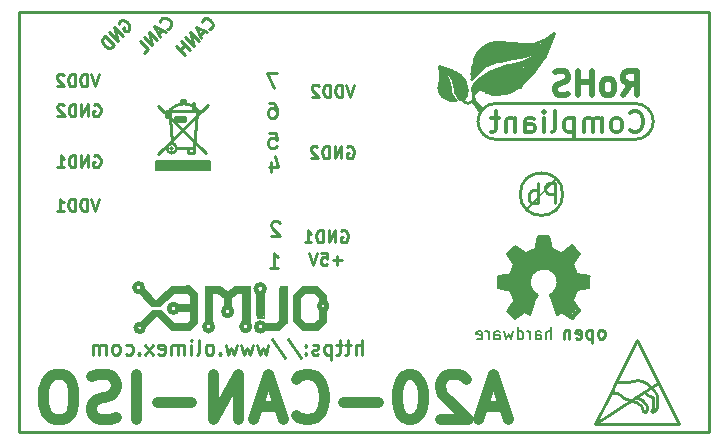
<source format=gbr>
G04 #@! TF.FileFunction,Legend,Bot*
%FSLAX46Y46*%
G04 Gerber Fmt 4.6, Leading zero omitted, Abs format (unit mm)*
G04 Created by KiCad (PCBNEW 4.1.0-alpha+201607160317+6981~46~ubuntu14.04.1-product) date Mon Jul 18 13:23:00 2016*
%MOMM*%
%LPD*%
G01*
G04 APERTURE LIST*
%ADD10C,0.100000*%
%ADD11C,0.254000*%
%ADD12C,0.952500*%
%ADD13C,1.000000*%
%ADD14C,0.150000*%
%ADD15C,0.370000*%
%ADD16C,0.380000*%
%ADD17C,0.400000*%
%ADD18C,0.420000*%
%ADD19C,0.200000*%
%ADD20C,0.127000*%
%ADD21C,0.508000*%
%ADD22C,0.700000*%
%ADD23C,0.500000*%
%ADD24C,0.180000*%
%ADD25C,0.350000*%
G04 APERTURE END LIST*
D10*
D11*
X154341285Y-112467571D02*
X153567190Y-112467571D01*
X153954238Y-112854619D02*
X153954238Y-112080523D01*
X152599571Y-111838619D02*
X153083380Y-111838619D01*
X153131761Y-112322428D01*
X153083380Y-112274047D01*
X152986619Y-112225666D01*
X152744714Y-112225666D01*
X152647952Y-112274047D01*
X152599571Y-112322428D01*
X152551190Y-112419190D01*
X152551190Y-112661095D01*
X152599571Y-112757857D01*
X152647952Y-112806238D01*
X152744714Y-112854619D01*
X152986619Y-112854619D01*
X153083380Y-112806238D01*
X153131761Y-112757857D01*
X152260904Y-111838619D02*
X151922238Y-112854619D01*
X151583571Y-111838619D01*
X154292904Y-109982000D02*
X154389666Y-109933619D01*
X154534809Y-109933619D01*
X154679952Y-109982000D01*
X154776714Y-110078761D01*
X154825095Y-110175523D01*
X154873476Y-110369047D01*
X154873476Y-110514190D01*
X154825095Y-110707714D01*
X154776714Y-110804476D01*
X154679952Y-110901238D01*
X154534809Y-110949619D01*
X154438047Y-110949619D01*
X154292904Y-110901238D01*
X154244523Y-110852857D01*
X154244523Y-110514190D01*
X154438047Y-110514190D01*
X153809095Y-110949619D02*
X153809095Y-109933619D01*
X153228523Y-110949619D01*
X153228523Y-109933619D01*
X152744714Y-110949619D02*
X152744714Y-109933619D01*
X152502809Y-109933619D01*
X152357666Y-109982000D01*
X152260904Y-110078761D01*
X152212523Y-110175523D01*
X152164142Y-110369047D01*
X152164142Y-110514190D01*
X152212523Y-110707714D01*
X152260904Y-110804476D01*
X152357666Y-110901238D01*
X152502809Y-110949619D01*
X152744714Y-110949619D01*
X151196523Y-110949619D02*
X151777095Y-110949619D01*
X151486809Y-110949619D02*
X151486809Y-109933619D01*
X151583571Y-110078761D01*
X151680333Y-110175523D01*
X151777095Y-110223904D01*
X154800904Y-102870000D02*
X154897666Y-102821619D01*
X155042809Y-102821619D01*
X155187952Y-102870000D01*
X155284714Y-102966761D01*
X155333095Y-103063523D01*
X155381476Y-103257047D01*
X155381476Y-103402190D01*
X155333095Y-103595714D01*
X155284714Y-103692476D01*
X155187952Y-103789238D01*
X155042809Y-103837619D01*
X154946047Y-103837619D01*
X154800904Y-103789238D01*
X154752523Y-103740857D01*
X154752523Y-103402190D01*
X154946047Y-103402190D01*
X154317095Y-103837619D02*
X154317095Y-102821619D01*
X153736523Y-103837619D01*
X153736523Y-102821619D01*
X153252714Y-103837619D02*
X153252714Y-102821619D01*
X153010809Y-102821619D01*
X152865666Y-102870000D01*
X152768904Y-102966761D01*
X152720523Y-103063523D01*
X152672142Y-103257047D01*
X152672142Y-103402190D01*
X152720523Y-103595714D01*
X152768904Y-103692476D01*
X152865666Y-103789238D01*
X153010809Y-103837619D01*
X153252714Y-103837619D01*
X152285095Y-102918380D02*
X152236714Y-102870000D01*
X152139952Y-102821619D01*
X151898047Y-102821619D01*
X151801285Y-102870000D01*
X151752904Y-102918380D01*
X151704523Y-103015142D01*
X151704523Y-103111904D01*
X151752904Y-103257047D01*
X152333476Y-103837619D01*
X151704523Y-103837619D01*
X155381476Y-97614619D02*
X155042809Y-98630619D01*
X154704142Y-97614619D01*
X154365476Y-98630619D02*
X154365476Y-97614619D01*
X154123571Y-97614619D01*
X153978428Y-97663000D01*
X153881666Y-97759761D01*
X153833285Y-97856523D01*
X153784904Y-98050047D01*
X153784904Y-98195190D01*
X153833285Y-98388714D01*
X153881666Y-98485476D01*
X153978428Y-98582238D01*
X154123571Y-98630619D01*
X154365476Y-98630619D01*
X153349476Y-98630619D02*
X153349476Y-97614619D01*
X153107571Y-97614619D01*
X152962428Y-97663000D01*
X152865666Y-97759761D01*
X152817285Y-97856523D01*
X152768904Y-98050047D01*
X152768904Y-98195190D01*
X152817285Y-98388714D01*
X152865666Y-98485476D01*
X152962428Y-98582238D01*
X153107571Y-98630619D01*
X153349476Y-98630619D01*
X152381857Y-97711380D02*
X152333476Y-97663000D01*
X152236714Y-97614619D01*
X151994809Y-97614619D01*
X151898047Y-97663000D01*
X151849666Y-97711380D01*
X151801285Y-97808142D01*
X151801285Y-97904904D01*
X151849666Y-98050047D01*
X152430238Y-98630619D01*
X151801285Y-98630619D01*
X148886333Y-96586523D02*
X148039666Y-96586523D01*
X148583952Y-97856523D01*
X148221095Y-99126523D02*
X148463000Y-99126523D01*
X148583952Y-99187000D01*
X148644428Y-99247476D01*
X148765380Y-99428904D01*
X148825857Y-99670809D01*
X148825857Y-100154619D01*
X148765380Y-100275571D01*
X148704904Y-100336047D01*
X148583952Y-100396523D01*
X148342047Y-100396523D01*
X148221095Y-100336047D01*
X148160619Y-100275571D01*
X148100142Y-100154619D01*
X148100142Y-99852238D01*
X148160619Y-99731285D01*
X148221095Y-99670809D01*
X148342047Y-99610333D01*
X148583952Y-99610333D01*
X148704904Y-99670809D01*
X148765380Y-99731285D01*
X148825857Y-99852238D01*
X148160619Y-101666523D02*
X148765380Y-101666523D01*
X148825857Y-102271285D01*
X148765380Y-102210809D01*
X148644428Y-102150333D01*
X148342047Y-102150333D01*
X148221095Y-102210809D01*
X148160619Y-102271285D01*
X148100142Y-102392238D01*
X148100142Y-102694619D01*
X148160619Y-102815571D01*
X148221095Y-102876047D01*
X148342047Y-102936523D01*
X148644428Y-102936523D01*
X148765380Y-102876047D01*
X148825857Y-102815571D01*
X148348095Y-104121857D02*
X148348095Y-104968523D01*
X148650476Y-103638047D02*
X148952857Y-104545190D01*
X148166666Y-104545190D01*
X149079857Y-109280476D02*
X149019380Y-109220000D01*
X148898428Y-109159523D01*
X148596047Y-109159523D01*
X148475095Y-109220000D01*
X148414619Y-109280476D01*
X148354142Y-109401428D01*
X148354142Y-109522380D01*
X148414619Y-109703809D01*
X149140333Y-110429523D01*
X148354142Y-110429523D01*
X148227142Y-113096523D02*
X148952857Y-113096523D01*
X148590000Y-113096523D02*
X148590000Y-111826523D01*
X148710952Y-112007952D01*
X148831904Y-112128904D01*
X148952857Y-112189380D01*
X133791476Y-107266619D02*
X133452809Y-108282619D01*
X133114142Y-107266619D01*
X132775476Y-108282619D02*
X132775476Y-107266619D01*
X132533571Y-107266619D01*
X132388428Y-107315000D01*
X132291666Y-107411761D01*
X132243285Y-107508523D01*
X132194904Y-107702047D01*
X132194904Y-107847190D01*
X132243285Y-108040714D01*
X132291666Y-108137476D01*
X132388428Y-108234238D01*
X132533571Y-108282619D01*
X132775476Y-108282619D01*
X131759476Y-108282619D02*
X131759476Y-107266619D01*
X131517571Y-107266619D01*
X131372428Y-107315000D01*
X131275666Y-107411761D01*
X131227285Y-107508523D01*
X131178904Y-107702047D01*
X131178904Y-107847190D01*
X131227285Y-108040714D01*
X131275666Y-108137476D01*
X131372428Y-108234238D01*
X131517571Y-108282619D01*
X131759476Y-108282619D01*
X130211285Y-108282619D02*
X130791857Y-108282619D01*
X130501571Y-108282619D02*
X130501571Y-107266619D01*
X130598333Y-107411761D01*
X130695095Y-107508523D01*
X130791857Y-107556904D01*
X133337904Y-99314000D02*
X133434666Y-99265619D01*
X133579809Y-99265619D01*
X133724952Y-99314000D01*
X133821714Y-99410761D01*
X133870095Y-99507523D01*
X133918476Y-99701047D01*
X133918476Y-99846190D01*
X133870095Y-100039714D01*
X133821714Y-100136476D01*
X133724952Y-100233238D01*
X133579809Y-100281619D01*
X133483047Y-100281619D01*
X133337904Y-100233238D01*
X133289523Y-100184857D01*
X133289523Y-99846190D01*
X133483047Y-99846190D01*
X132854095Y-100281619D02*
X132854095Y-99265619D01*
X132273523Y-100281619D01*
X132273523Y-99265619D01*
X131789714Y-100281619D02*
X131789714Y-99265619D01*
X131547809Y-99265619D01*
X131402666Y-99314000D01*
X131305904Y-99410761D01*
X131257523Y-99507523D01*
X131209142Y-99701047D01*
X131209142Y-99846190D01*
X131257523Y-100039714D01*
X131305904Y-100136476D01*
X131402666Y-100233238D01*
X131547809Y-100281619D01*
X131789714Y-100281619D01*
X130822095Y-99362380D02*
X130773714Y-99314000D01*
X130676952Y-99265619D01*
X130435047Y-99265619D01*
X130338285Y-99314000D01*
X130289904Y-99362380D01*
X130241523Y-99459142D01*
X130241523Y-99555904D01*
X130289904Y-99701047D01*
X130870476Y-100281619D01*
X130241523Y-100281619D01*
X133337904Y-103632000D02*
X133434666Y-103583619D01*
X133579809Y-103583619D01*
X133724952Y-103632000D01*
X133821714Y-103728761D01*
X133870095Y-103825523D01*
X133918476Y-104019047D01*
X133918476Y-104164190D01*
X133870095Y-104357714D01*
X133821714Y-104454476D01*
X133724952Y-104551238D01*
X133579809Y-104599619D01*
X133483047Y-104599619D01*
X133337904Y-104551238D01*
X133289523Y-104502857D01*
X133289523Y-104164190D01*
X133483047Y-104164190D01*
X132854095Y-104599619D02*
X132854095Y-103583619D01*
X132273523Y-104599619D01*
X132273523Y-103583619D01*
X131789714Y-104599619D02*
X131789714Y-103583619D01*
X131547809Y-103583619D01*
X131402666Y-103632000D01*
X131305904Y-103728761D01*
X131257523Y-103825523D01*
X131209142Y-104019047D01*
X131209142Y-104164190D01*
X131257523Y-104357714D01*
X131305904Y-104454476D01*
X131402666Y-104551238D01*
X131547809Y-104599619D01*
X131789714Y-104599619D01*
X130241523Y-104599619D02*
X130822095Y-104599619D01*
X130531809Y-104599619D02*
X130531809Y-103583619D01*
X130628571Y-103728761D01*
X130725333Y-103825523D01*
X130822095Y-103873904D01*
X133791476Y-96725619D02*
X133452809Y-97741619D01*
X133114142Y-96725619D01*
X132775476Y-97741619D02*
X132775476Y-96725619D01*
X132533571Y-96725619D01*
X132388428Y-96774000D01*
X132291666Y-96870761D01*
X132243285Y-96967523D01*
X132194904Y-97161047D01*
X132194904Y-97306190D01*
X132243285Y-97499714D01*
X132291666Y-97596476D01*
X132388428Y-97693238D01*
X132533571Y-97741619D01*
X132775476Y-97741619D01*
X131759476Y-97741619D02*
X131759476Y-96725619D01*
X131517571Y-96725619D01*
X131372428Y-96774000D01*
X131275666Y-96870761D01*
X131227285Y-96967523D01*
X131178904Y-97161047D01*
X131178904Y-97306190D01*
X131227285Y-97499714D01*
X131275666Y-97596476D01*
X131372428Y-97693238D01*
X131517571Y-97741619D01*
X131759476Y-97741619D01*
X130791857Y-96822380D02*
X130743476Y-96774000D01*
X130646714Y-96725619D01*
X130404809Y-96725619D01*
X130308047Y-96774000D01*
X130259666Y-96822380D01*
X130211285Y-96919142D01*
X130211285Y-97015904D01*
X130259666Y-97161047D01*
X130840238Y-97741619D01*
X130211285Y-97741619D01*
X156052761Y-120462523D02*
X156052761Y-119192523D01*
X155508476Y-120462523D02*
X155508476Y-119797285D01*
X155568952Y-119676333D01*
X155689904Y-119615857D01*
X155871333Y-119615857D01*
X155992285Y-119676333D01*
X156052761Y-119736809D01*
X155085142Y-119615857D02*
X154601333Y-119615857D01*
X154903714Y-119192523D02*
X154903714Y-120281095D01*
X154843238Y-120402047D01*
X154722285Y-120462523D01*
X154601333Y-120462523D01*
X154359428Y-119615857D02*
X153875619Y-119615857D01*
X154178000Y-119192523D02*
X154178000Y-120281095D01*
X154117523Y-120402047D01*
X153996571Y-120462523D01*
X153875619Y-120462523D01*
X153452285Y-119615857D02*
X153452285Y-120885857D01*
X153452285Y-119676333D02*
X153331333Y-119615857D01*
X153089428Y-119615857D01*
X152968476Y-119676333D01*
X152908000Y-119736809D01*
X152847523Y-119857761D01*
X152847523Y-120220619D01*
X152908000Y-120341571D01*
X152968476Y-120402047D01*
X153089428Y-120462523D01*
X153331333Y-120462523D01*
X153452285Y-120402047D01*
X152363714Y-120402047D02*
X152242761Y-120462523D01*
X152000857Y-120462523D01*
X151879904Y-120402047D01*
X151819428Y-120281095D01*
X151819428Y-120220619D01*
X151879904Y-120099666D01*
X152000857Y-120039190D01*
X152182285Y-120039190D01*
X152303238Y-119978714D01*
X152363714Y-119857761D01*
X152363714Y-119797285D01*
X152303238Y-119676333D01*
X152182285Y-119615857D01*
X152000857Y-119615857D01*
X151879904Y-119676333D01*
X151275142Y-120341571D02*
X151214666Y-120402047D01*
X151275142Y-120462523D01*
X151335619Y-120402047D01*
X151275142Y-120341571D01*
X151275142Y-120462523D01*
X151275142Y-119676333D02*
X151214666Y-119736809D01*
X151275142Y-119797285D01*
X151335619Y-119736809D01*
X151275142Y-119676333D01*
X151275142Y-119797285D01*
X149763238Y-119132047D02*
X150851809Y-120764904D01*
X148432761Y-119132047D02*
X149521333Y-120764904D01*
X148130380Y-119615857D02*
X147888476Y-120462523D01*
X147646571Y-119857761D01*
X147404666Y-120462523D01*
X147162761Y-119615857D01*
X146799904Y-119615857D02*
X146558000Y-120462523D01*
X146316095Y-119857761D01*
X146074190Y-120462523D01*
X145832285Y-119615857D01*
X145469428Y-119615857D02*
X145227523Y-120462523D01*
X144985619Y-119857761D01*
X144743714Y-120462523D01*
X144501809Y-119615857D01*
X144018000Y-120341571D02*
X143957523Y-120402047D01*
X144018000Y-120462523D01*
X144078476Y-120402047D01*
X144018000Y-120341571D01*
X144018000Y-120462523D01*
X143231809Y-120462523D02*
X143352761Y-120402047D01*
X143413238Y-120341571D01*
X143473714Y-120220619D01*
X143473714Y-119857761D01*
X143413238Y-119736809D01*
X143352761Y-119676333D01*
X143231809Y-119615857D01*
X143050380Y-119615857D01*
X142929428Y-119676333D01*
X142868952Y-119736809D01*
X142808476Y-119857761D01*
X142808476Y-120220619D01*
X142868952Y-120341571D01*
X142929428Y-120402047D01*
X143050380Y-120462523D01*
X143231809Y-120462523D01*
X142082761Y-120462523D02*
X142203714Y-120402047D01*
X142264190Y-120281095D01*
X142264190Y-119192523D01*
X141598952Y-120462523D02*
X141598952Y-119615857D01*
X141598952Y-119192523D02*
X141659428Y-119253000D01*
X141598952Y-119313476D01*
X141538476Y-119253000D01*
X141598952Y-119192523D01*
X141598952Y-119313476D01*
X140994190Y-120462523D02*
X140994190Y-119615857D01*
X140994190Y-119736809D02*
X140933714Y-119676333D01*
X140812761Y-119615857D01*
X140631333Y-119615857D01*
X140510380Y-119676333D01*
X140449904Y-119797285D01*
X140449904Y-120462523D01*
X140449904Y-119797285D02*
X140389428Y-119676333D01*
X140268476Y-119615857D01*
X140087047Y-119615857D01*
X139966095Y-119676333D01*
X139905619Y-119797285D01*
X139905619Y-120462523D01*
X138817047Y-120402047D02*
X138938000Y-120462523D01*
X139179904Y-120462523D01*
X139300857Y-120402047D01*
X139361333Y-120281095D01*
X139361333Y-119797285D01*
X139300857Y-119676333D01*
X139179904Y-119615857D01*
X138938000Y-119615857D01*
X138817047Y-119676333D01*
X138756571Y-119797285D01*
X138756571Y-119918238D01*
X139361333Y-120039190D01*
X138333238Y-120462523D02*
X137668000Y-119615857D01*
X138333238Y-119615857D02*
X137668000Y-120462523D01*
X137184190Y-120341571D02*
X137123714Y-120402047D01*
X137184190Y-120462523D01*
X137244666Y-120402047D01*
X137184190Y-120341571D01*
X137184190Y-120462523D01*
X136035142Y-120402047D02*
X136156095Y-120462523D01*
X136398000Y-120462523D01*
X136518952Y-120402047D01*
X136579428Y-120341571D01*
X136639904Y-120220619D01*
X136639904Y-119857761D01*
X136579428Y-119736809D01*
X136518952Y-119676333D01*
X136398000Y-119615857D01*
X136156095Y-119615857D01*
X136035142Y-119676333D01*
X135309428Y-120462523D02*
X135430380Y-120402047D01*
X135490857Y-120341571D01*
X135551333Y-120220619D01*
X135551333Y-119857761D01*
X135490857Y-119736809D01*
X135430380Y-119676333D01*
X135309428Y-119615857D01*
X135128000Y-119615857D01*
X135007047Y-119676333D01*
X134946571Y-119736809D01*
X134886095Y-119857761D01*
X134886095Y-120220619D01*
X134946571Y-120341571D01*
X135007047Y-120402047D01*
X135128000Y-120462523D01*
X135309428Y-120462523D01*
X134341809Y-120462523D02*
X134341809Y-119615857D01*
X134341809Y-119736809D02*
X134281333Y-119676333D01*
X134160380Y-119615857D01*
X133978952Y-119615857D01*
X133858000Y-119676333D01*
X133797523Y-119797285D01*
X133797523Y-120462523D01*
X133797523Y-119797285D02*
X133737047Y-119676333D01*
X133616095Y-119615857D01*
X133434666Y-119615857D01*
X133313714Y-119676333D01*
X133253238Y-119797285D01*
X133253238Y-120462523D01*
D12*
X168093571Y-124841000D02*
X166279285Y-124841000D01*
X168456428Y-125929571D02*
X167186428Y-122119571D01*
X165916428Y-125929571D01*
X164827857Y-122482428D02*
X164646428Y-122301000D01*
X164283571Y-122119571D01*
X163376428Y-122119571D01*
X163013571Y-122301000D01*
X162832142Y-122482428D01*
X162650714Y-122845285D01*
X162650714Y-123208142D01*
X162832142Y-123752428D01*
X165009285Y-125929571D01*
X162650714Y-125929571D01*
X160292142Y-122119571D02*
X159929285Y-122119571D01*
X159566428Y-122301000D01*
X159385000Y-122482428D01*
X159203571Y-122845285D01*
X159022142Y-123571000D01*
X159022142Y-124478142D01*
X159203571Y-125203857D01*
X159385000Y-125566714D01*
X159566428Y-125748142D01*
X159929285Y-125929571D01*
X160292142Y-125929571D01*
X160655000Y-125748142D01*
X160836428Y-125566714D01*
X161017857Y-125203857D01*
X161199285Y-124478142D01*
X161199285Y-123571000D01*
X161017857Y-122845285D01*
X160836428Y-122482428D01*
X160655000Y-122301000D01*
X160292142Y-122119571D01*
X157389285Y-124478142D02*
X154486428Y-124478142D01*
X150495000Y-125566714D02*
X150676428Y-125748142D01*
X151220714Y-125929571D01*
X151583571Y-125929571D01*
X152127857Y-125748142D01*
X152490714Y-125385285D01*
X152672142Y-125022428D01*
X152853571Y-124296714D01*
X152853571Y-123752428D01*
X152672142Y-123026714D01*
X152490714Y-122663857D01*
X152127857Y-122301000D01*
X151583571Y-122119571D01*
X151220714Y-122119571D01*
X150676428Y-122301000D01*
X150495000Y-122482428D01*
X149043571Y-124841000D02*
X147229285Y-124841000D01*
X149406428Y-125929571D02*
X148136428Y-122119571D01*
X146866428Y-125929571D01*
X145596428Y-125929571D02*
X145596428Y-122119571D01*
X143419285Y-125929571D01*
X143419285Y-122119571D01*
X141605000Y-124478142D02*
X138702142Y-124478142D01*
X136887857Y-125929571D02*
X136887857Y-122119571D01*
X135255000Y-125748142D02*
X134710714Y-125929571D01*
X133803571Y-125929571D01*
X133440714Y-125748142D01*
X133259285Y-125566714D01*
X133077857Y-125203857D01*
X133077857Y-124841000D01*
X133259285Y-124478142D01*
X133440714Y-124296714D01*
X133803571Y-124115285D01*
X134529285Y-123933857D01*
X134892142Y-123752428D01*
X135073571Y-123571000D01*
X135255000Y-123208142D01*
X135255000Y-122845285D01*
X135073571Y-122482428D01*
X134892142Y-122301000D01*
X134529285Y-122119571D01*
X133622142Y-122119571D01*
X133077857Y-122301000D01*
X130719285Y-122119571D02*
X129993571Y-122119571D01*
X129630714Y-122301000D01*
X129267857Y-122663857D01*
X129086428Y-123389571D01*
X129086428Y-124659571D01*
X129267857Y-125385285D01*
X129630714Y-125748142D01*
X129993571Y-125929571D01*
X130719285Y-125929571D01*
X131082142Y-125748142D01*
X131445000Y-125385285D01*
X131626428Y-124659571D01*
X131626428Y-123389571D01*
X131445000Y-122663857D01*
X131082142Y-122301000D01*
X130719285Y-122119571D01*
D11*
X143080735Y-92890421D02*
X143149156Y-92890421D01*
X143285998Y-92822000D01*
X143354419Y-92753579D01*
X143422840Y-92616737D01*
X143422840Y-92479895D01*
X143388630Y-92377264D01*
X143285998Y-92206211D01*
X143183367Y-92103580D01*
X143012314Y-92000948D01*
X142909683Y-91966738D01*
X142772841Y-91966738D01*
X142635999Y-92035159D01*
X142567578Y-92103580D01*
X142499157Y-92240422D01*
X142499157Y-92308843D01*
X142670209Y-93027263D02*
X142328104Y-93369368D01*
X142943893Y-93164105D02*
X141986000Y-92685158D01*
X142464946Y-93643052D01*
X142225473Y-93882525D02*
X141507053Y-93164105D01*
X141814947Y-94293051D01*
X141096527Y-93574631D01*
X141472842Y-94635156D02*
X140754422Y-93916736D01*
X141096527Y-94258841D02*
X140686001Y-94669367D01*
X141062316Y-95045682D02*
X140343896Y-94327262D01*
X139566209Y-92848947D02*
X139634630Y-92848947D01*
X139771472Y-92780526D01*
X139839893Y-92712105D01*
X139908314Y-92575263D01*
X139908314Y-92438421D01*
X139874104Y-92335790D01*
X139771472Y-92164737D01*
X139668841Y-92062106D01*
X139497788Y-91959474D01*
X139395157Y-91925264D01*
X139258315Y-91925264D01*
X139121473Y-91993685D01*
X139053052Y-92062106D01*
X138984631Y-92198948D01*
X138984631Y-92267369D01*
X139155683Y-92985789D02*
X138813578Y-93327894D01*
X139429367Y-93122631D02*
X138471473Y-92643684D01*
X138950420Y-93601578D01*
X138710947Y-93841052D02*
X137992526Y-93122631D01*
X138300421Y-94251578D01*
X137582000Y-93533157D01*
X137616211Y-94935788D02*
X137958316Y-94593683D01*
X137239895Y-93875262D01*
X135443157Y-92438421D02*
X135477368Y-92335790D01*
X135579999Y-92233158D01*
X135716841Y-92164737D01*
X135853683Y-92164737D01*
X135956315Y-92198948D01*
X136127367Y-92301579D01*
X136229999Y-92404211D01*
X136332630Y-92575263D01*
X136366841Y-92677895D01*
X136366841Y-92814737D01*
X136298420Y-92951579D01*
X136229999Y-93020000D01*
X136093157Y-93088421D01*
X136024736Y-93088421D01*
X135785262Y-92848947D01*
X135922104Y-92712105D01*
X135785262Y-93464736D02*
X135066842Y-92746316D01*
X135374736Y-93875262D01*
X134656316Y-93156842D01*
X135032631Y-94217367D02*
X134314211Y-93498947D01*
X134143158Y-93669999D01*
X134074737Y-93806841D01*
X134074737Y-93943683D01*
X134108948Y-94046315D01*
X134211579Y-94217367D01*
X134314211Y-94319999D01*
X134485263Y-94422630D01*
X134587895Y-94456841D01*
X134724737Y-94456841D01*
X134861579Y-94388420D01*
X135032631Y-94217367D01*
X127000000Y-91440000D02*
X127000000Y-127000000D01*
X185420000Y-91440000D02*
X127000000Y-91440000D01*
X185420000Y-127000000D02*
X185420000Y-91440000D01*
X127000000Y-127000000D02*
X185420000Y-127000000D01*
X179324000Y-119253000D02*
X182880000Y-126365000D01*
X182880000Y-126365000D02*
X175768000Y-126365000D01*
X175768000Y-126365000D02*
X177101500Y-123698000D01*
X177101500Y-123698000D02*
X177546000Y-122809000D01*
X177546000Y-122809000D02*
X179324000Y-119253000D01*
X181102000Y-122872500D02*
X175768000Y-126365000D01*
X178727100Y-122809000D02*
X177546000Y-122809000D01*
X177101500Y-123698000D02*
X177419000Y-123698000D01*
X180086000Y-125285500D02*
X179933600Y-125285500D01*
X181038500Y-123888500D02*
X181038500Y-124968000D01*
X180594000Y-125285500D02*
X180594000Y-125158500D01*
X180657500Y-125095000D02*
X180657500Y-124079000D01*
X180657500Y-125095000D02*
X180721000Y-125095000D01*
X178943721Y-122745678D02*
G75*
G02X180530500Y-123253500I466639J-1274902D01*
G01*
X178942915Y-122747114D02*
G75*
G02X178727100Y-122809000I-182795J230214D01*
G01*
X177418301Y-123698474D02*
G75*
G02X177927000Y-123888500I64199J-604046D01*
G01*
X178749461Y-124334576D02*
G75*
G02X177927000Y-123888500I147819J1253796D01*
G01*
X179261708Y-124080166D02*
G75*
G02X180213000Y-124841000I-285688J-1332334D01*
G01*
X179323915Y-124524965D02*
G75*
G02X179895500Y-125285500I-284395J-808795D01*
G01*
X178884275Y-124397493D02*
G75*
G02X179324000Y-124523500I-825195J-3709947D01*
G01*
X180212967Y-125158600D02*
G75*
G02X180086000Y-125285500I-190467J63600D01*
G01*
X180212068Y-124841674D02*
G75*
G02X180213000Y-125158500I-316568J-159346D01*
G01*
X180655935Y-124080845D02*
G75*
G02X179959000Y-123634500I153965J1007685D01*
G01*
X180846549Y-123571142D02*
G75*
G02X180530500Y-123253500I478971J792622D01*
G01*
X180849048Y-123572575D02*
G75*
G02X181038500Y-123888500I-168688J-315925D01*
G01*
X181038500Y-124968000D02*
G75*
G02X180657500Y-125349000I-381000J0D01*
G01*
X180655071Y-125351545D02*
G75*
G02X180594000Y-125285500I2429J63505D01*
G01*
X180594000Y-125158500D02*
G75*
G02X180657500Y-125095000I63500J0D01*
G01*
X180721000Y-125095000D02*
G75*
G02X180848000Y-125222000I0J-127000D01*
G01*
D13*
X170286680Y-115493800D02*
X169953940Y-116225320D01*
X170286680Y-115585240D02*
X169105580Y-116598700D01*
X170172380Y-115448080D02*
X169555160Y-115775740D01*
X169852340Y-115028980D02*
X169242740Y-115135660D01*
X169016680Y-113870740D02*
X169738040Y-114018060D01*
X169257980Y-113177320D02*
X169913300Y-113543080D01*
X170126660Y-112308640D02*
X170545760Y-112895380D01*
X170713400Y-112057180D02*
X170934380Y-112742980D01*
X171978320Y-112041940D02*
X171810680Y-112651540D01*
X172412660Y-112301020D02*
X172237400Y-112659160D01*
X173410880Y-113078260D02*
X172953680Y-113367820D01*
X173586140Y-113558320D02*
X173144180Y-113718340D01*
X173911260Y-114802920D02*
X173205140Y-114675920D01*
X173662340Y-115448080D02*
X173098460Y-114968020D01*
X172996860Y-116347240D02*
X172631100Y-115585240D01*
X168206420Y-114294920D02*
X169674540Y-114381280D01*
X169197020Y-112110520D02*
X170309540Y-113177320D01*
X171462700Y-111053880D02*
X171457620Y-112567720D01*
X173723300Y-112029240D02*
X172661580Y-113136680D01*
X174708820Y-114315240D02*
X173291500Y-114254280D01*
X173672500Y-116519960D02*
X172819060Y-115498880D01*
D14*
X172656500Y-115089940D02*
X172349160Y-115356640D01*
X172986700Y-112176560D02*
X172003720Y-111683800D01*
X170807380Y-115681760D02*
X170929300Y-115397280D01*
X170670220Y-115227100D02*
X170924220Y-115392200D01*
X172171360Y-115224560D02*
X171945300Y-115399820D01*
X172539660Y-115110260D02*
X172280580Y-115448080D01*
X172763180Y-114889280D02*
X172669200Y-115059460D01*
X172763180Y-114889280D02*
X172669200Y-115059460D01*
X172900340Y-114035840D02*
X172768260Y-114858800D01*
X172476160Y-113299240D02*
X172895260Y-114030760D01*
X171604940Y-112869980D02*
X172476160Y-113299240D01*
X170789600Y-113037620D02*
X171604940Y-112877600D01*
X170279060Y-113466880D02*
X170789600Y-113037620D01*
X170045380Y-114139980D02*
X170279060Y-113466880D01*
X170050460Y-114645440D02*
X170050460Y-114127280D01*
X170426380Y-115356640D02*
X170050460Y-114645440D01*
X170604180Y-115478560D02*
X170426380Y-115356640D01*
X173875700Y-111457740D02*
X172991780Y-112179100D01*
X173631860Y-112811560D02*
X174233840Y-111902240D01*
X173636940Y-112806480D02*
X174023020Y-113804700D01*
X175166020Y-114073940D02*
X174050960Y-113827560D01*
X175023780Y-114018060D02*
X175023780Y-114668300D01*
X170647360Y-115420140D02*
X170119040Y-116801900D01*
X170256200Y-117099080D02*
X170642280Y-116118640D01*
X169727880Y-116771420D02*
X170256200Y-117099080D01*
X169044620Y-117104160D02*
X169865040Y-116575840D01*
X169908220Y-116799360D02*
X169031920Y-117419120D01*
X169021760Y-117414040D02*
X168338500Y-116723160D01*
X168625520Y-116639340D02*
X169110660Y-117170200D01*
X168592500Y-115003580D02*
X168973500Y-115984020D01*
X168696640Y-115036600D02*
X167573960Y-114825780D01*
X167558720Y-113847880D02*
X167561260Y-114805460D01*
X167642540Y-114589560D02*
X168749980Y-114813080D01*
X168945560Y-112819180D02*
X168579800Y-113687860D01*
X168330880Y-111937800D02*
X169034460Y-112928400D01*
X169029380Y-111239300D02*
X168335960Y-111930180D01*
X170045380Y-111914940D02*
X169034460Y-111241840D01*
X170731180Y-111528860D02*
X169926000Y-111866680D01*
X170947080Y-110439200D02*
X170721020Y-111610140D01*
X171912280Y-110439200D02*
X170947080Y-110439200D01*
X171922440Y-110446820D02*
X172123100Y-111472980D01*
X172910500Y-111841280D02*
X172006260Y-111462820D01*
X173845220Y-111193580D02*
X172874940Y-111909860D01*
X174531020Y-111909860D02*
X173857920Y-111196120D01*
X174510700Y-111945420D02*
X173916340Y-112798860D01*
X174249080Y-113629440D02*
X173913800Y-112796320D01*
X175318420Y-113827560D02*
X174147480Y-113624360D01*
X175315880Y-113830100D02*
X175315880Y-114815620D01*
X175315880Y-114823240D02*
X174244000Y-115018820D01*
X174553880Y-116730780D02*
X173956980Y-115867180D01*
X173824900Y-117426740D02*
X174546260Y-116733320D01*
X172991780Y-116855240D02*
X173817280Y-117419120D01*
X172979080Y-116865400D02*
X172633640Y-117086380D01*
X172595540Y-117068600D02*
X171945300Y-115399820D01*
D15*
X169029380Y-117259100D02*
X168475660Y-116713000D01*
X169095420Y-115818920D02*
X168475660Y-116705380D01*
X172351700Y-113421160D02*
G75*
G02X172275500Y-115275360I-965200J-889000D01*
G01*
X170400980Y-113593880D02*
G75*
G02X172326300Y-113395760I1061720J-863600D01*
G01*
X170781980Y-115443000D02*
G75*
G02X170411140Y-113578640I746760J1117600D01*
G01*
X170218100Y-116885720D02*
X170792140Y-115445540D01*
X169880280Y-116700300D02*
X170218100Y-116885720D01*
X169044620Y-117266720D02*
X169880280Y-116700300D01*
X168689020Y-114907060D02*
X169095420Y-115818920D01*
X167675560Y-114736880D02*
X168689020Y-114907060D01*
X167675560Y-113901220D02*
X167675560Y-114736880D01*
X168757600Y-113672620D02*
X167675560Y-113901220D01*
X169097960Y-112735360D02*
X168757600Y-113672620D01*
X168480740Y-111945420D02*
X169097960Y-112735360D01*
X169034460Y-111396780D02*
X168480740Y-111942880D01*
X169938700Y-112029240D02*
X169034460Y-111394800D01*
X170853100Y-111584740D02*
X169951400Y-112034320D01*
X171066460Y-110566200D02*
X170853100Y-111584740D01*
X171833540Y-110545880D02*
X171048680Y-110545880D01*
X171825920Y-110558580D02*
X172031660Y-111572040D01*
X172930820Y-111998760D02*
X172085000Y-111592360D01*
X173819820Y-111356140D02*
X172991780Y-112008920D01*
D16*
X174368460Y-111914940D02*
X173868080Y-111381540D01*
D15*
X174358300Y-111937800D02*
X173802040Y-112788700D01*
X174129700Y-113705640D02*
X173781720Y-112839500D01*
X175178720Y-113921540D02*
X174160180Y-113741200D01*
D16*
X175166020Y-113934240D02*
X175171100Y-114721640D01*
D15*
X175176180Y-114711480D02*
X174226220Y-114929920D01*
X174198280Y-114952780D02*
X173840140Y-115836700D01*
X174373540Y-116713000D02*
X173840140Y-115879880D01*
D16*
X174388780Y-116713000D02*
X173824900Y-117251480D01*
D17*
X173812200Y-117251480D02*
X173032420Y-116720620D01*
D15*
X173022260Y-116702840D02*
X172704760Y-116908580D01*
D18*
X172676820Y-116888260D02*
X172125640Y-115465860D01*
D19*
X170086020Y-108031280D02*
X172519340Y-105610660D01*
D11*
X173049037Y-106867960D02*
G75*
G03X173049037Y-106867960I-1802237J0D01*
G01*
D20*
X140081000Y-102997000D02*
G75*
G03X140081000Y-102997000I-127000J0D01*
G01*
D11*
X139827000Y-99695000D02*
G75*
G02X142113000Y-99695000I1143000J-1143000D01*
G01*
X141097000Y-98933000D02*
X141097000Y-99060000D01*
X141097000Y-99060000D02*
X140716000Y-99060000D01*
X140716000Y-99060000D02*
X140716000Y-98933000D01*
X140716000Y-98933000D02*
X141097000Y-98933000D01*
X140970000Y-100457000D02*
X140335000Y-100457000D01*
X141097000Y-100330000D02*
X140208000Y-100330000D01*
X140208000Y-100330000D02*
X140208000Y-100711000D01*
X140208000Y-100711000D02*
X141097000Y-100711000D01*
X141097000Y-100711000D02*
X141097000Y-100330000D01*
X139700000Y-100330000D02*
X139700000Y-99949000D01*
X139700000Y-99949000D02*
X139573000Y-99949000D01*
X139573000Y-99949000D02*
X139573000Y-100330000D01*
X139700000Y-99949000D02*
X139700000Y-100076000D01*
X139700000Y-99822000D02*
X139573000Y-100203000D01*
X139700000Y-99949000D02*
X139700000Y-100076000D01*
X139827000Y-99822000D02*
X139827000Y-100330000D01*
X139827000Y-100330000D02*
X139446000Y-100330000D01*
X139446000Y-100330000D02*
X139446000Y-99822000D01*
X141859000Y-99695000D02*
X141859000Y-99187000D01*
X141859000Y-99187000D02*
X141732000Y-99187000D01*
X141732000Y-99187000D02*
X141732000Y-99695000D01*
X140355609Y-102997000D02*
G75*
G03X140355609Y-102997000I-401609J0D01*
G01*
X139954000Y-102489000D02*
X139827000Y-100457000D01*
X141859000Y-102997000D02*
X141859000Y-103378000D01*
X141859000Y-103378000D02*
X141351000Y-103378000D01*
X141351000Y-103378000D02*
X141351000Y-103124000D01*
X142367000Y-99822000D02*
X139446000Y-99822000D01*
X141859000Y-102997000D02*
X142113000Y-99949000D01*
X141859000Y-102997000D02*
X140462000Y-102997000D01*
X142875000Y-103378000D02*
X138811000Y-99441000D01*
X143002000Y-99314000D02*
X138811000Y-103505000D01*
D14*
X143157200Y-104750400D02*
X138737600Y-104750400D01*
X138737600Y-104648800D02*
X143106400Y-104648800D01*
X143157200Y-104445600D02*
X138686800Y-104445600D01*
X143157200Y-104293200D02*
X138737600Y-104293200D01*
X138686800Y-104547200D02*
X143106400Y-104547200D01*
X138686800Y-104394800D02*
X143106400Y-104394800D01*
X143157200Y-104242400D02*
X138686800Y-104242400D01*
X138686800Y-104140800D02*
X143106400Y-104140800D01*
X138636000Y-104852000D02*
X143208000Y-104852000D01*
X143208000Y-104852000D02*
X143208000Y-104090000D01*
X143208000Y-104090000D02*
X138636000Y-104090000D01*
X138636000Y-104090000D02*
X138636000Y-104852000D01*
D11*
X167386000Y-99187000D02*
X179197000Y-99187000D01*
X179197000Y-102235000D02*
X167386000Y-102235000D01*
X166530020Y-98204020D02*
X166476680Y-98150680D01*
X165757860Y-98150680D02*
X165481000Y-98425000D01*
X172339000Y-93218000D02*
X171472860Y-95333820D01*
X169489120Y-97721420D02*
X169453560Y-97756980D01*
X167584120Y-98425000D02*
X167068500Y-98425000D01*
X172339000Y-93218000D02*
X171477940Y-93837760D01*
X169760900Y-94175580D02*
X167612060Y-93980000D01*
X165562280Y-95496380D02*
X165414960Y-96095820D01*
X165356540Y-96774000D02*
X165356540Y-97155000D01*
X165458140Y-98379280D02*
X165481000Y-98425000D01*
X166116000Y-99695000D02*
X165930580Y-99509580D01*
X170944540Y-94869000D02*
X170662600Y-95216980D01*
X168635680Y-95968820D02*
X168325800Y-96029780D01*
X165770560Y-97299780D02*
X165600380Y-97487740D01*
X165356540Y-97155000D02*
X165359080Y-97152460D01*
X166415720Y-96080580D02*
X166423340Y-96075500D01*
X167690800Y-95572580D02*
X168208960Y-95498920D01*
X169557700Y-95283020D02*
X170944540Y-94869000D01*
X166116000Y-99822000D02*
X165608000Y-99060000D01*
X165481000Y-98597720D02*
X165481000Y-98552000D01*
X166243000Y-99695000D02*
X165752780Y-99204780D01*
X165481000Y-98933000D02*
X165376860Y-99039680D01*
X164726620Y-99067620D02*
X164592000Y-98933000D01*
X164592000Y-98933000D02*
X164889180Y-98513900D01*
X164772340Y-97312480D02*
X164719000Y-97218500D01*
X163997640Y-96573340D02*
X163576000Y-96393000D01*
X163576000Y-96393000D02*
X162560000Y-96012000D01*
X162560000Y-96012000D02*
X162694620Y-96550480D01*
X162874960Y-98612960D02*
X162897820Y-98635820D01*
X163677600Y-98933000D02*
X164033200Y-98933000D01*
X164579300Y-98933000D02*
X164592000Y-98933000D01*
X163499800Y-97741740D02*
X163525200Y-98132900D01*
X171958000Y-93726000D02*
X170944540Y-94363540D01*
D21*
X170944540Y-94363540D02*
X169799000Y-94363540D01*
X169799000Y-94363540D02*
X168783000Y-94234000D01*
X168783000Y-94234000D02*
X167132000Y-94234000D01*
X167132000Y-94234000D02*
X166497000Y-94615000D01*
X166497000Y-94615000D02*
X165989000Y-95123000D01*
X165989000Y-95123000D02*
X165735000Y-95631000D01*
X165735000Y-95631000D02*
X165608000Y-96647000D01*
X165608000Y-96647000D02*
X166116000Y-96012000D01*
X166116000Y-96012000D02*
X166751000Y-95631000D01*
X166751000Y-95631000D02*
X166497000Y-95123000D01*
X166497000Y-95123000D02*
X166116000Y-95631000D01*
X166878000Y-95631000D02*
X167513000Y-95250000D01*
X167513000Y-95250000D02*
X168021000Y-95250000D01*
X168021000Y-95250000D02*
X168148000Y-95250000D01*
X168148000Y-95250000D02*
X169291000Y-95123000D01*
X169291000Y-95123000D02*
X170561000Y-94742000D01*
X170561000Y-94742000D02*
X171069000Y-94615000D01*
X171069000Y-94615000D02*
X166497000Y-94615000D01*
X166497000Y-94615000D02*
X166497000Y-94869000D01*
X166497000Y-95123000D02*
X166497000Y-94869000D01*
X166497000Y-94869000D02*
X171450000Y-94792800D01*
X166370000Y-95250000D02*
X168021000Y-95250000D01*
X171958000Y-93726000D02*
X171450000Y-94615000D01*
X171450000Y-94615000D02*
X171323000Y-95123000D01*
X171323000Y-95123000D02*
X170944540Y-95631000D01*
X170944540Y-95631000D02*
X170944540Y-95250000D01*
X170944540Y-95250000D02*
X171323000Y-94363540D01*
X170815000Y-95758000D02*
X170434000Y-96266000D01*
X170434000Y-96266000D02*
X170180000Y-96647000D01*
X170180000Y-96647000D02*
X169291000Y-97536000D01*
X169291000Y-97536000D02*
X168783000Y-97917000D01*
X168783000Y-97917000D02*
X167894000Y-98171000D01*
X167894000Y-98171000D02*
X167005000Y-98171000D01*
X167005000Y-98171000D02*
X166243000Y-97663000D01*
X166243000Y-97663000D02*
X165862000Y-97790000D01*
X165862000Y-97790000D02*
X165608000Y-98044000D01*
X165608000Y-98044000D02*
X165862000Y-97536000D01*
X165862000Y-97536000D02*
X166370000Y-97028000D01*
X166370000Y-97028000D02*
X167055800Y-96621600D01*
X167055800Y-96621600D02*
X168452800Y-96139000D01*
X168452800Y-96139000D02*
X169062400Y-96139000D01*
X169062400Y-96139000D02*
X169799000Y-95885000D01*
X169799000Y-95885000D02*
X170561000Y-95504000D01*
X170434000Y-95885000D02*
X169672000Y-96520000D01*
X169672000Y-96520000D02*
X169545000Y-96393000D01*
X169545000Y-96393000D02*
X169418000Y-96393000D01*
X169418000Y-96393000D02*
X168275000Y-96520000D01*
X168275000Y-96520000D02*
X167259000Y-96774000D01*
X167259000Y-96774000D02*
X166624000Y-97282000D01*
X166624000Y-97282000D02*
X166497000Y-97409000D01*
X166497000Y-97409000D02*
X166624000Y-97663000D01*
X166624000Y-97663000D02*
X166878000Y-97663000D01*
X166878000Y-97663000D02*
X167259000Y-97790000D01*
X167259000Y-97790000D02*
X167894000Y-97790000D01*
X167894000Y-97790000D02*
X168275000Y-97663000D01*
X168275000Y-97663000D02*
X168783000Y-97536000D01*
X168783000Y-97536000D02*
X169418000Y-97028000D01*
X169418000Y-97028000D02*
X169545000Y-96901000D01*
X169545000Y-96901000D02*
X169418000Y-96774000D01*
X169418000Y-96774000D02*
X168910000Y-96774000D01*
X168910000Y-96774000D02*
X167894000Y-97028000D01*
X167894000Y-97028000D02*
X167640000Y-97028000D01*
X167640000Y-97028000D02*
X167132000Y-97282000D01*
X167132000Y-97282000D02*
X167132000Y-97409000D01*
X167132000Y-97409000D02*
X167259000Y-97536000D01*
X167259000Y-97536000D02*
X167640000Y-97409000D01*
X167640000Y-97409000D02*
X168910000Y-97155000D01*
D11*
X164289740Y-98808540D02*
X164317680Y-98836480D01*
X163906200Y-97739200D02*
X163906200Y-97731580D01*
X164846000Y-98193860D02*
X164846000Y-98171000D01*
X164846000Y-98171000D02*
X164846000Y-97917000D01*
X164846000Y-97917000D02*
X164719000Y-97917000D01*
X164719000Y-97917000D02*
X164592000Y-97917000D01*
X164592000Y-97917000D02*
X164592000Y-98552000D01*
X164719000Y-97917000D02*
X164719000Y-98044000D01*
X164719000Y-98044000D02*
X164719000Y-98425000D01*
X164719000Y-98425000D02*
X164719000Y-98552000D01*
X164719000Y-98552000D02*
X164719000Y-98679000D01*
X164592000Y-97917000D02*
X164211000Y-97917000D01*
X164211000Y-97917000D02*
X163957000Y-97917000D01*
X163957000Y-97917000D02*
X164465000Y-98806000D01*
X164211000Y-97917000D02*
X164211000Y-98425000D01*
X164719000Y-98044000D02*
X164084000Y-98044000D01*
X164846000Y-98171000D02*
X164084000Y-98171000D01*
X164846000Y-98298000D02*
X164084000Y-98298000D01*
X164719000Y-98425000D02*
X164084000Y-98425000D01*
X164719000Y-98552000D02*
X164211000Y-98552000D01*
X163957000Y-97790000D02*
X164846000Y-97790000D01*
X163957000Y-97663000D02*
X164846000Y-97663000D01*
X163957000Y-97536000D02*
X164719000Y-97536000D01*
X163957000Y-97409000D02*
X164719000Y-97409000D01*
X163830000Y-97282000D02*
X164719000Y-97282000D01*
X163830000Y-97155000D02*
X164592000Y-97155000D01*
X163703000Y-97028000D02*
X164465000Y-97028000D01*
X163703000Y-96901000D02*
X164338000Y-96901000D01*
X163576000Y-96774000D02*
X164084000Y-96774000D01*
X162814000Y-96647000D02*
X162941000Y-96647000D01*
X162941000Y-96647000D02*
X163068000Y-96647000D01*
X163068000Y-96647000D02*
X163957000Y-96647000D01*
X163576000Y-96520000D02*
X162814000Y-96520000D01*
X163322000Y-96393000D02*
X162687000Y-96393000D01*
X163195000Y-96266000D02*
X162687000Y-96266000D01*
X163068000Y-96647000D02*
X163068000Y-97155000D01*
X162941000Y-96647000D02*
X162941000Y-97155000D01*
X163322000Y-97155000D02*
X162814000Y-97155000D01*
X163322000Y-97282000D02*
X162814000Y-97282000D01*
X163449000Y-97409000D02*
X162814000Y-97409000D01*
X163449000Y-97536000D02*
X162687000Y-97536000D01*
X163449000Y-97663000D02*
X162687000Y-97663000D01*
X163449000Y-97790000D02*
X162687000Y-97790000D01*
X163449000Y-97917000D02*
X162687000Y-97917000D01*
X163449000Y-98044000D02*
X162687000Y-98044000D01*
X163449000Y-98171000D02*
X162687000Y-98171000D01*
X163525200Y-98298000D02*
X162687000Y-98298000D01*
X163576000Y-98425000D02*
X162814000Y-98425000D01*
X163576000Y-98552000D02*
X162941000Y-98552000D01*
X163703000Y-98679000D02*
X163068000Y-98679000D01*
X163830000Y-98806000D02*
X163322000Y-98806000D01*
X165862000Y-100711000D02*
G75*
G02X167386000Y-99187000I1524000J0D01*
G01*
X179197000Y-99187000D02*
G75*
G02X180721000Y-100711000I0J-1524000D01*
G01*
X180721000Y-100711000D02*
G75*
G02X179197000Y-102235000I-1524000J0D01*
G01*
X167386000Y-102235000D02*
G75*
G02X165862000Y-100711000I0J1524000D01*
G01*
X167068500Y-98427066D02*
G75*
G02X166530020Y-98204020I0J761526D01*
G01*
X165757860Y-98148140D02*
G75*
G02X166476680Y-98150680I358140J-360680D01*
G01*
X171470464Y-95339447D02*
G75*
G02X169489120Y-97721420I-8344044J4925607D01*
G01*
X169449933Y-97759013D02*
G75*
G02X167584120Y-98425000I-1738813J1924813D01*
G01*
X171475952Y-93835522D02*
G75*
G02X169760900Y-94175580I-1268012J1900222D01*
G01*
X165561736Y-95492585D02*
G75*
G02X167612060Y-93980000I2144304J-760715D01*
G01*
X165354760Y-96773243D02*
G75*
G02X165414960Y-96095820I3049780J70363D01*
G01*
X165928549Y-99510559D02*
G75*
G02X165481000Y-98425000I1086611J1083019D01*
G01*
X170662541Y-95218778D02*
G75*
G02X168635680Y-95968820I-2631381J3997218D01*
G01*
X165771473Y-97299156D02*
G75*
G02X168325800Y-96029780I3654147J-4148444D01*
G01*
X165480155Y-98425069D02*
G75*
G02X165600380Y-97487740I762845J378529D01*
G01*
X165360641Y-97150765D02*
G75*
G02X166415720Y-96080580I3831299J-2722035D01*
G01*
X166427130Y-96072934D02*
G75*
G02X167690800Y-95572580I2134890J-3545866D01*
G01*
X169551379Y-95283186D02*
G75*
G02X168208960Y-95498920I-1812319J6992786D01*
G01*
X165986978Y-99822280D02*
G75*
G02X165481000Y-98597720I1228842J1224560D01*
G01*
X165749258Y-99204710D02*
G75*
G02X165481000Y-98552000I653762J650170D01*
G01*
X165376134Y-99038954D02*
G75*
G02X165018720Y-99187000I-357414J357414D01*
G01*
X165018720Y-99188612D02*
G75*
G02X164726620Y-99067620I0J413092D01*
G01*
X164974874Y-98069901D02*
G75*
G02X164889180Y-98513900I-1195674J501D01*
G01*
X164772794Y-97314321D02*
G75*
G02X164973000Y-98069400I-1323794J-755079D01*
G01*
X163997000Y-96574511D02*
G75*
G02X164719000Y-97218500I-601340J-1400909D01*
G01*
X162695148Y-96553136D02*
G75*
G02X162631120Y-97487740I-1478808J-368184D01*
G01*
X162560283Y-97856487D02*
G75*
G02X162631120Y-97487740I992857J447D01*
G01*
X162873946Y-98613974D02*
G75*
G02X162560000Y-97856040I757934J757934D01*
G01*
X163477497Y-98909453D02*
G75*
G02X162897820Y-98635820I205183J1185493D01*
G01*
X163678927Y-98934303D02*
G75*
G02X163479480Y-98910140I-1327J824263D01*
G01*
X163145795Y-96794066D02*
G75*
G02X163499800Y-97784920I-1408755J-1061974D01*
G01*
X164027340Y-98928613D02*
G75*
G02X163525200Y-98132900I709440J1003993D01*
G01*
X164593788Y-98934791D02*
G75*
G02X164289740Y-98808540I752J431051D01*
G01*
X164316340Y-98836046D02*
G75*
G02X163906200Y-97739200I1118940J1043506D01*
G01*
X163399020Y-96700180D02*
G75*
G02X163906200Y-97731580I-991420J-1127920D01*
G01*
X164845556Y-98195371D02*
G75*
G02X164592000Y-98806000I-865696J1511D01*
G01*
D10*
X141363700Y-114630200D02*
X139992100Y-114630200D01*
X139992100Y-114630200D02*
X139941300Y-114630200D01*
X139941300Y-114630200D02*
X138684000Y-115874800D01*
X142887700Y-114744500D02*
X142786100Y-114744500D01*
X142735300Y-114681000D02*
X142735300Y-114668300D01*
X142735300Y-114668300D02*
X144030700Y-114668300D01*
X144030700Y-114668300D02*
X144056100Y-114668300D01*
X144056100Y-114668300D02*
X144678400Y-115163600D01*
X142735300Y-117690900D02*
X142735300Y-114681000D01*
X146392900Y-114731800D02*
X146469100Y-114731800D01*
X146545300Y-114668300D02*
X145300700Y-114668300D01*
X145300700Y-114668300D02*
X144716500Y-115150900D01*
X146545300Y-117665500D02*
X146545300Y-114681000D01*
X147281900Y-117259100D02*
X147193000Y-117259100D01*
X147624800Y-117259100D02*
X147688300Y-117259100D01*
X147764500Y-117322600D02*
X147154900Y-117322600D01*
X147154900Y-117322600D02*
X147129500Y-117322600D01*
X147129500Y-117322600D02*
X147129500Y-115303300D01*
X147764500Y-115303300D02*
X147764500Y-117322600D01*
X149263100Y-114693700D02*
X149148800Y-114693700D01*
X149390100Y-114617500D02*
X149085300Y-114617500D01*
X149085300Y-114617500D02*
X149085300Y-117652800D01*
X149567900Y-114706400D02*
X149631400Y-114693700D01*
X149682200Y-114617500D02*
X149694900Y-114617500D01*
X149694900Y-114617500D02*
X149707600Y-114617500D01*
X149707600Y-114617500D02*
X149707600Y-117767100D01*
X149402800Y-114617500D02*
X149682200Y-114617500D01*
D22*
X149402800Y-117690900D02*
X149402800Y-114960400D01*
X143065500Y-114973100D02*
X143065500Y-117576600D01*
X151180800Y-114960400D02*
X152184100Y-114960400D01*
X150558500Y-115570000D02*
X150558500Y-117500400D01*
X152781000Y-115608100D02*
X152781000Y-115849400D01*
X152781000Y-117576600D02*
X152196800Y-118148100D01*
X152768300Y-117589300D02*
X152768300Y-116827300D01*
X152209500Y-118148100D02*
X151168100Y-118148100D01*
D17*
X140440659Y-116535200D02*
G75*
G03X140440659Y-116535200I-359659J0D01*
G01*
D22*
X140589000Y-116535200D02*
X141808200Y-116535200D01*
D17*
X137506735Y-114795300D02*
G75*
G03X137506735Y-114795300I-359435J0D01*
G01*
D22*
X137515600Y-115150900D02*
X138379200Y-116044600D01*
D23*
X138938000Y-116141500D02*
X138379200Y-116141500D01*
D22*
X140055600Y-114960400D02*
X138963400Y-116027200D01*
X141277500Y-114960400D02*
X140055600Y-114960400D01*
X141808200Y-115443000D02*
X141325600Y-114935000D01*
X141808200Y-115468400D02*
X141808200Y-117703600D01*
X141808200Y-117703600D02*
X141376400Y-118135400D01*
X141376400Y-118135400D02*
X140055600Y-118135400D01*
X140055600Y-118135400D02*
X138912600Y-117017800D01*
D23*
X138912600Y-116916200D02*
X138379200Y-116916200D01*
D22*
X137566400Y-117830600D02*
X138404600Y-117017800D01*
D17*
X137565666Y-118186200D02*
G75*
G03X137565666Y-118186200I-329466J0D01*
G01*
X143428729Y-118097300D02*
G75*
G03X143428729Y-118097300I-363229J0D01*
G01*
D22*
X143967200Y-114985800D02*
X143078200Y-114985800D01*
D17*
X145049318Y-116814600D02*
G75*
G03X145049318Y-116814600I-370918J0D01*
G01*
D22*
X144602200Y-115493800D02*
X143967200Y-114985800D01*
X144678400Y-116281200D02*
X144678400Y-115570000D01*
X145389600Y-114985800D02*
X144780000Y-115493800D01*
X146227800Y-114985800D02*
X145389600Y-114985800D01*
X146227800Y-117576600D02*
X146227800Y-114985800D01*
D17*
X146574759Y-118084600D02*
G75*
G03X146574759Y-118084600I-359659J0D01*
G01*
X147807818Y-114884200D02*
G75*
G03X147807818Y-114884200I-373518J0D01*
G01*
D22*
X147447000Y-115417600D02*
X147447000Y-117017800D01*
D17*
X147813324Y-118110000D02*
G75*
G03X147813324Y-118110000I-366324J0D01*
G01*
D22*
X147959800Y-118135400D02*
X148945600Y-118135400D01*
X148945600Y-118135400D02*
X149402800Y-117678200D01*
X150571200Y-117538500D02*
X151130000Y-118122700D01*
X151180800Y-114973100D02*
X150545800Y-115582700D01*
X152781000Y-115557300D02*
X152273000Y-115049300D01*
D17*
X153105747Y-116332000D02*
G75*
G03X153105747Y-116332000I-337447J0D01*
G01*
D24*
X172080797Y-119146580D02*
X172080797Y-118146580D01*
X171652225Y-119146580D02*
X171652225Y-118622771D01*
X171699844Y-118527533D01*
X171795082Y-118479914D01*
X171937940Y-118479914D01*
X172033178Y-118527533D01*
X172080797Y-118575152D01*
X170747463Y-119146580D02*
X170747463Y-118622771D01*
X170795082Y-118527533D01*
X170890320Y-118479914D01*
X171080797Y-118479914D01*
X171176035Y-118527533D01*
X170747463Y-119098961D02*
X170842701Y-119146580D01*
X171080797Y-119146580D01*
X171176035Y-119098961D01*
X171223654Y-119003723D01*
X171223654Y-118908485D01*
X171176035Y-118813247D01*
X171080797Y-118765628D01*
X170842701Y-118765628D01*
X170747463Y-118718009D01*
X170271273Y-119146580D02*
X170271273Y-118479914D01*
X170271273Y-118670390D02*
X170223654Y-118575152D01*
X170176035Y-118527533D01*
X170080797Y-118479914D01*
X169985559Y-118479914D01*
X169223654Y-119146580D02*
X169223654Y-118146580D01*
X169223654Y-119098961D02*
X169318892Y-119146580D01*
X169509368Y-119146580D01*
X169604606Y-119098961D01*
X169652225Y-119051342D01*
X169699844Y-118956104D01*
X169699844Y-118670390D01*
X169652225Y-118575152D01*
X169604606Y-118527533D01*
X169509368Y-118479914D01*
X169318892Y-118479914D01*
X169223654Y-118527533D01*
X168842701Y-118479914D02*
X168652225Y-119146580D01*
X168461749Y-118670390D01*
X168271273Y-119146580D01*
X168080797Y-118479914D01*
X167271273Y-119146580D02*
X167271273Y-118622771D01*
X167318892Y-118527533D01*
X167414130Y-118479914D01*
X167604606Y-118479914D01*
X167699844Y-118527533D01*
X167271273Y-119098961D02*
X167366511Y-119146580D01*
X167604606Y-119146580D01*
X167699844Y-119098961D01*
X167747463Y-119003723D01*
X167747463Y-118908485D01*
X167699844Y-118813247D01*
X167604606Y-118765628D01*
X167366511Y-118765628D01*
X167271273Y-118718009D01*
X166795082Y-119146580D02*
X166795082Y-118479914D01*
X166795082Y-118670390D02*
X166747463Y-118575152D01*
X166699844Y-118527533D01*
X166604606Y-118479914D01*
X166509368Y-118479914D01*
X165795082Y-119098961D02*
X165890320Y-119146580D01*
X166080797Y-119146580D01*
X166176035Y-119098961D01*
X166223654Y-119003723D01*
X166223654Y-118622771D01*
X166176035Y-118527533D01*
X166080797Y-118479914D01*
X165890320Y-118479914D01*
X165795082Y-118527533D01*
X165747463Y-118622771D01*
X165747463Y-118718009D01*
X166223654Y-118813247D01*
D11*
X176396298Y-119100379D02*
X176501060Y-119047998D01*
X176553440Y-118995617D01*
X176605821Y-118890855D01*
X176605821Y-118576569D01*
X176553440Y-118471807D01*
X176501060Y-118419426D01*
X176396298Y-118367045D01*
X176239155Y-118367045D01*
X176134393Y-118419426D01*
X176082012Y-118471807D01*
X176029631Y-118576569D01*
X176029631Y-118890855D01*
X176082012Y-118995617D01*
X176134393Y-119047998D01*
X176239155Y-119100379D01*
X176396298Y-119100379D01*
X175558202Y-118367045D02*
X175558202Y-119467045D01*
X175558202Y-118419426D02*
X175453440Y-118367045D01*
X175243917Y-118367045D01*
X175139155Y-118419426D01*
X175086774Y-118471807D01*
X175034393Y-118576569D01*
X175034393Y-118890855D01*
X175086774Y-118995617D01*
X175139155Y-119047998D01*
X175243917Y-119100379D01*
X175453440Y-119100379D01*
X175558202Y-119047998D01*
X174143917Y-119047998D02*
X174248679Y-119100379D01*
X174458202Y-119100379D01*
X174562964Y-119047998D01*
X174615345Y-118943236D01*
X174615345Y-118524188D01*
X174562964Y-118419426D01*
X174458202Y-118367045D01*
X174248679Y-118367045D01*
X174143917Y-118419426D01*
X174091536Y-118524188D01*
X174091536Y-118628950D01*
X174615345Y-118733712D01*
X173620107Y-118367045D02*
X173620107Y-119100379D01*
X173620107Y-118471807D02*
X173567726Y-118419426D01*
X173462964Y-118367045D01*
X173305821Y-118367045D01*
X173201060Y-118419426D01*
X173148679Y-118524188D01*
X173148679Y-119100379D01*
X172435068Y-107657327D02*
X172435068Y-105957327D01*
X171863640Y-105957327D01*
X171720782Y-106038280D01*
X171649354Y-106119232D01*
X171577925Y-106281137D01*
X171577925Y-106523994D01*
X171649354Y-106685899D01*
X171720782Y-106766851D01*
X171863640Y-106847803D01*
X172435068Y-106847803D01*
X170935068Y-107657327D02*
X170935068Y-105957327D01*
X170935068Y-106604946D02*
X170792211Y-106523994D01*
X170506497Y-106523994D01*
X170363640Y-106604946D01*
X170292211Y-106685899D01*
X170220782Y-106847803D01*
X170220782Y-107333518D01*
X170292211Y-107495422D01*
X170363640Y-107576375D01*
X170506497Y-107657327D01*
X170792211Y-107657327D01*
X170935068Y-107576375D01*
D23*
X178175634Y-98461081D02*
X178842300Y-97508700D01*
X179318491Y-98461081D02*
X179318491Y-96461081D01*
X178556586Y-96461081D01*
X178366110Y-96556320D01*
X178270872Y-96651558D01*
X178175634Y-96842034D01*
X178175634Y-97127748D01*
X178270872Y-97318224D01*
X178366110Y-97413462D01*
X178556586Y-97508700D01*
X179318491Y-97508700D01*
X177032777Y-98461081D02*
X177223253Y-98365843D01*
X177318491Y-98270605D01*
X177413729Y-98080129D01*
X177413729Y-97508700D01*
X177318491Y-97318224D01*
X177223253Y-97222986D01*
X177032777Y-97127748D01*
X176747062Y-97127748D01*
X176556586Y-97222986D01*
X176461348Y-97318224D01*
X176366110Y-97508700D01*
X176366110Y-98080129D01*
X176461348Y-98270605D01*
X176556586Y-98365843D01*
X176747062Y-98461081D01*
X177032777Y-98461081D01*
X175508967Y-98461081D02*
X175508967Y-96461081D01*
X175508967Y-97413462D02*
X174366110Y-97413462D01*
X174366110Y-98461081D02*
X174366110Y-96461081D01*
X173508967Y-98365843D02*
X173223253Y-98461081D01*
X172747062Y-98461081D01*
X172556586Y-98365843D01*
X172461348Y-98270605D01*
X172366110Y-98080129D01*
X172366110Y-97889653D01*
X172461348Y-97699177D01*
X172556586Y-97603939D01*
X172747062Y-97508700D01*
X173128015Y-97413462D01*
X173318491Y-97318224D01*
X173413729Y-97222986D01*
X173508967Y-97032510D01*
X173508967Y-96842034D01*
X173413729Y-96651558D01*
X173318491Y-96556320D01*
X173128015Y-96461081D01*
X172651824Y-96461081D01*
X172366110Y-96556320D01*
D25*
X178754193Y-101396800D02*
X178838860Y-101481466D01*
X179092860Y-101566133D01*
X179262193Y-101566133D01*
X179516193Y-101481466D01*
X179685526Y-101312133D01*
X179770193Y-101142800D01*
X179854860Y-100804133D01*
X179854860Y-100550133D01*
X179770193Y-100211466D01*
X179685526Y-100042133D01*
X179516193Y-99872800D01*
X179262193Y-99788133D01*
X179092860Y-99788133D01*
X178838860Y-99872800D01*
X178754193Y-99957466D01*
X177738193Y-101566133D02*
X177907526Y-101481466D01*
X177992193Y-101396800D01*
X178076860Y-101227466D01*
X178076860Y-100719466D01*
X177992193Y-100550133D01*
X177907526Y-100465466D01*
X177738193Y-100380800D01*
X177484193Y-100380800D01*
X177314860Y-100465466D01*
X177230193Y-100550133D01*
X177145526Y-100719466D01*
X177145526Y-101227466D01*
X177230193Y-101396800D01*
X177314860Y-101481466D01*
X177484193Y-101566133D01*
X177738193Y-101566133D01*
X176383526Y-101566133D02*
X176383526Y-100380800D01*
X176383526Y-100550133D02*
X176298860Y-100465466D01*
X176129526Y-100380800D01*
X175875526Y-100380800D01*
X175706193Y-100465466D01*
X175621526Y-100634800D01*
X175621526Y-101566133D01*
X175621526Y-100634800D02*
X175536860Y-100465466D01*
X175367526Y-100380800D01*
X175113526Y-100380800D01*
X174944193Y-100465466D01*
X174859526Y-100634800D01*
X174859526Y-101566133D01*
X174012860Y-100380800D02*
X174012860Y-102158800D01*
X174012860Y-100465466D02*
X173843526Y-100380800D01*
X173504860Y-100380800D01*
X173335526Y-100465466D01*
X173250860Y-100550133D01*
X173166193Y-100719466D01*
X173166193Y-101227466D01*
X173250860Y-101396800D01*
X173335526Y-101481466D01*
X173504860Y-101566133D01*
X173843526Y-101566133D01*
X174012860Y-101481466D01*
X172150193Y-101566133D02*
X172319526Y-101481466D01*
X172404193Y-101312133D01*
X172404193Y-99788133D01*
X171472860Y-101566133D02*
X171472860Y-100380800D01*
X171472860Y-99788133D02*
X171557526Y-99872800D01*
X171472860Y-99957466D01*
X171388193Y-99872800D01*
X171472860Y-99788133D01*
X171472860Y-99957466D01*
X169864193Y-101566133D02*
X169864193Y-100634800D01*
X169948860Y-100465466D01*
X170118193Y-100380800D01*
X170456860Y-100380800D01*
X170626193Y-100465466D01*
X169864193Y-101481466D02*
X170033526Y-101566133D01*
X170456860Y-101566133D01*
X170626193Y-101481466D01*
X170710860Y-101312133D01*
X170710860Y-101142800D01*
X170626193Y-100973466D01*
X170456860Y-100888800D01*
X170033526Y-100888800D01*
X169864193Y-100804133D01*
X169017526Y-100380800D02*
X169017526Y-101566133D01*
X169017526Y-100550133D02*
X168932860Y-100465466D01*
X168763526Y-100380800D01*
X168509526Y-100380800D01*
X168340193Y-100465466D01*
X168255526Y-100634800D01*
X168255526Y-101566133D01*
X167662860Y-100380800D02*
X166985526Y-100380800D01*
X167408860Y-99788133D02*
X167408860Y-101312133D01*
X167324193Y-101481466D01*
X167154860Y-101566133D01*
X166985526Y-101566133D01*
M02*

</source>
